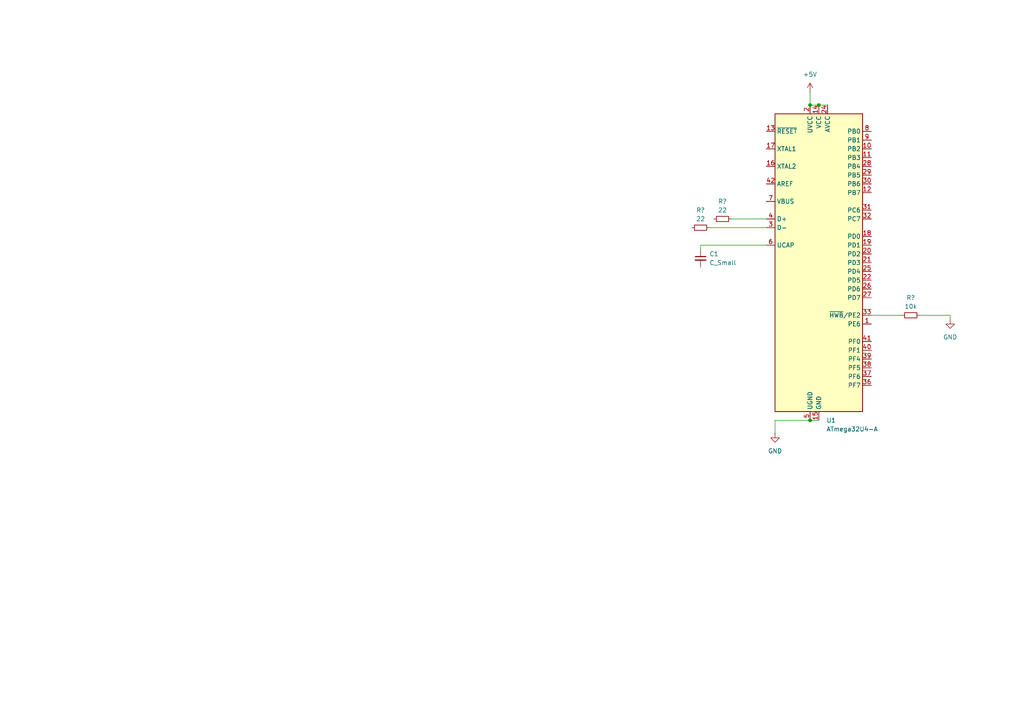
<source format=kicad_sch>
(kicad_sch (version 20231120) (generator "eeschema") (generator_version "8.0")
  (paper "A4")
  (lib_symbols
    (symbol "Device:C_Small" (pin_numbers hide) (pin_names (offset 0.254) hide)
      (property "Reference" "C" (at 0.254 1.778 0))
      (property "Value" "C_Small" (at 0.254 -2.032 0))
      (symbol "C_Small_0_1"
        (polyline (pts (xy -1.524 -0.508) (xy 1.524 -0.508)) (stroke (width 0.3302)))
        (polyline (pts (xy -1.524 0.508) (xy 1.524 0.508)) (stroke (width 0.3048)))
      )
      (symbol "C_Small_1_1"
        (pin passive line (at 0 2.54 270) (length 2.032) (name "~") (number "1"))
        (pin passive line (at 0 -2.54 90) (length 2.032) (name "~") (number "2"))
      )
    )
    (symbol "Device:R_Small" (pin_numbers hide) (pin_names (offset 0.254) hide)
      (property "Reference" "R" (at 0.762 0.508 0))
      (property "Value" "R_Small" (at 0.762 -1.016 0))
      (symbol "R_Small_0_1"
        (rectangle (start -0.762 1.778) (end 0.762 -1.778) (stroke (width 0.2032)))
      )
      (symbol "R_Small_1_1"
        (pin passive line (at 0 2.54 270) (length 0.762) (name "~") (number "1"))
        (pin passive line (at 0 -2.54 90) (length 0.762) (name "~") (number "2"))
      )
    )
    (symbol "MCU_Microchip_ATmega:ATmega32U4-A"
      (property "Reference" "U" (at -12.7 44.45 0))
      (property "Value" "ATmega32U4-A" (at 2.54 -44.45 0))
      (symbol "ATmega32U4-A_0_1"
        (rectangle (start -12.7 -43.18) (end 12.7 43.18) (stroke (width 0.254)) (fill (type background)))
      )
      (symbol "ATmega32U4-A_1_1"
        (pin bidirectional line (at 15.24 -17.78 180) (length 2.54) (name "PE6") (number "1"))
        (pin bidirectional line (at 15.24 33.02 180) (length 2.54) (name "PB2") (number "10"))
        (pin bidirectional line (at 15.24 30.48 180) (length 2.54) (name "PB3") (number "11"))
        (pin bidirectional line (at 15.24 20.32 180) (length 2.54) (name "PB7") (number "12"))
        (pin input line (at -15.24 38.1 0) (length 2.54) (name "~{RESET}") (number "13"))
        (pin power_in line (at 0 45.72 270) (length 2.54) (name "VCC") (number "14"))
        (pin power_in line (at 0 -45.72 90) (length 2.54) (name "GND") (number "15"))
        (pin output line (at -15.24 27.94 0) (length 2.54) (name "XTAL2") (number "16"))
        (pin input line (at -15.24 33.02 0) (length 2.54) (name "XTAL1") (number "17"))
        (pin bidirectional line (at 15.24 7.62 180) (length 2.54) (name "PD0") (number "18"))
        (pin bidirectional line (at 15.24 5.08 180) (length 2.54) (name "PD1") (number "19"))
        (pin power_in line (at -2.54 45.72 270) (length 2.54) (name "UVCC") (number "2"))
        (pin bidirectional line (at 15.24 2.54 180) (length 2.54) (name "PD2") (number "20"))
        (pin bidirectional line (at 15.24 0 180) (length 2.54) (name "PD3") (number "21"))
        (pin bidirectional line (at 15.24 -5.08 180) (length 2.54) (name "PD5") (number "22"))
        (pin passive line (at 0 -45.72 90) (length 2.54) hide (name "GND") (number "23"))
        (pin power_in line (at 2.54 45.72 270) (length 2.54) (name "AVCC") (number "24"))
        (pin bidirectional line (at 15.24 -2.54 180) (length 2.54) (name "PD4") (number "25"))
        (pin bidirectional line (at 15.24 -7.62 180) (length 2.54) (name "PD6") (number "26"))
        (pin bidirectional line (at 15.24 -10.16 180) (length 2.54) (name "PD7") (number "27"))
        (pin bidirectional line (at 15.24 27.94 180) (length 2.54) (name "PB4") (number "28"))
        (pin bidirectional line (at 15.24 25.4 180) (length 2.54) (name "PB5") (number "29"))
        (pin bidirectional line (at -15.24 10.16 0) (length 2.54) (name "D-") (number "3"))
        (pin bidirectional line (at 15.24 22.86 180) (length 2.54) (name "PB6") (number "30"))
        (pin bidirectional line (at 15.24 15.24 180) (length 2.54) (name "PC6") (number "31"))
        (pin bidirectional line (at 15.24 12.7 180) (length 2.54) (name "PC7") (number "32"))
        (pin bidirectional line (at 15.24 -15.24 180) (length 2.54) (name "~{HWB}/PE2") (number "33"))
        (pin passive line (at 0 45.72 270) (length 2.54) hide (name "VCC") (number "34"))
        (pin passive line (at 0 -45.72 90) (length 2.54) hide (name "GND") (number "35"))
        (pin bidirectional line (at 15.24 -35.56 180) (length 2.54) (name "PF7") (number "36"))
        (pin bidirectional line (at 15.24 -33.02 180) (length 2.54) (name "PF6") (number "37"))
        (pin bidirectional line (at 15.24 -30.48 180) (length 2.54) (name "PF5") (number "38"))
        (pin bidirectional line (at 15.24 -27.94 180) (length 2.54) (name "PF4") (number "39"))
        (pin bidirectional line (at -15.24 12.7 0) (length 2.54) (name "D+") (number "4"))
        (pin bidirectional line (at 15.24 -25.4 180) (length 2.54) (name "PF1") (number "40"))
        (pin bidirectional line (at 15.24 -22.86 180) (length 2.54) (name "PF0") (number "41"))
        (pin passive line (at -15.24 22.86 0) (length 2.54) (name "AREF") (number "42"))
        (pin passive line (at 0 -45.72 90) (length 2.54) hide (name "GND") (number "43"))
        (pin passive line (at 2.54 45.72 270) (length 2.54) hide (name "AVCC") (number "44"))
        (pin passive line (at -2.54 -45.72 90) (length 2.54) (name "UGND") (number "5"))
        (pin passive line (at -15.24 5.08 0) (length 2.54) (name "UCAP") (number "6"))
        (pin input line (at -15.24 17.78 0) (length 2.54) (name "VBUS") (number "7"))
        (pin bidirectional line (at 15.24 38.1 180) (length 2.54) (name "PB0") (number "8"))
        (pin bidirectional line (at 15.24 35.56 180) (length 2.54) (name "PB1") (number "9"))
      )
    )
    (symbol "power:+5V" (power) (pin_numbers hide) (pin_names (offset 0) hide)
      (property "Value" "+5V" (at 0 3.556 0))
      (symbol "+5V_0_1"
        (polyline (pts (xy -0.762 1.27) (xy 0 2.54)))
        (polyline (pts (xy 0 0) (xy 0 2.54)))
        (polyline (pts (xy 0 2.54) (xy 0.762 1.27)))
      )
      (symbol "+5V_1_1"
        (pin power_in line (at 0 0 90) (length 0) (name "~") (number "1"))
      )
    )
    (symbol "power:GND" (power) (pin_numbers hide) (pin_names (offset 0) hide)
      (property "Value" "GND" (at 0 -3.81 0))
      (symbol "GND_0_1"
        (polyline (pts (xy 0 0) (xy 0 -1.27) (xy 1.27 -1.27) (xy 0 -2.54) (xy -1.27 -1.27) (xy 0 -1.27)))
      )
      (symbol "GND_1_1"
        (pin power_in line (at 0 0 270) (length 0) (name "~") (number "1"))
      )
    )
  )
  (junction (at 237.49 30.48))
  (junction (at 234.95 30.48))
  (junction (at 234.95 121.92))
  (wire (pts (xy 212.09 63.5) (xy 222.25 63.5)))
  (wire (pts (xy 234.95 30.48) (xy 237.49 30.48)))
  (wire (pts (xy 266.7 91.44) (xy 275.59 91.44)))
  (wire (pts (xy 252.73 91.44) (xy 261.62 91.44)))
  (wire (pts (xy 222.25 71.12) (xy 203.2 71.12)))
  (wire (pts (xy 275.59 91.44) (xy 275.59 92.71)))
  (wire (pts (xy 234.95 26.67) (xy 234.95 30.48)))
  (wire (pts (xy 224.79 121.92) (xy 234.95 121.92)))
  (wire (pts (xy 205.74 66.04) (xy 222.25 66.04)))
  (wire (pts (xy 237.49 30.48) (xy 240.03 30.48)))
  (wire (pts (xy 224.79 125.73) (xy 224.79 121.92)))
  (wire (pts (xy 234.95 121.92) (xy 237.49 121.92)))
  (wire (pts (xy 203.2 71.12) (xy 203.2 72.39)))
  (symbol (lib_id "Device:R_Small") (at 264.16 91.44 90) (unit 1)
    (property "Reference" "R?" (at 264.16 86.36 90))
    (property "Value" "10k" (at 264.16 88.9 90))
    (property "Description" "Resistor, small symbol" (effects (hide yes)))
  )
  (symbol (lib_id "Device:R_Small") (at 203.2 66.04 270) (unit 1)
    (property "Reference" "R?" (at 203.2 60.96 90))
    (property "Value" "22" (at 203.2 63.5 90))
    (property "Description" "Resistor, small symbol" (effects (hide yes)))
  )
  (symbol (lib_id "power:GND") (at 224.79 125.73 0) (unit 1)
    (property "Reference" "#PWR02" (effects (hide yes)))
    (property "Value" "GND" (at 224.79 130.81 0))
    (property "Description" "Power symbol creates a global label with name \"GND\" , ground" (effects (hide yes)))
  )
  (symbol (lib_id "Device:C_Small") (at 203.2 74.93 0) (unit 1)
    (property "Reference" "C1" (at 205.74 73.6662 0) (effects (justify left)))
    (property "Value" "C_Small" (at 205.74 76.2062 0) (effects (justify left)))
    (property "Description" "Unpolarized capacitor, small symbol" (effects (hide yes)))
  )
  (symbol (lib_id "power:+5V") (at 234.95 26.67 0) (unit 1)
    (property "Reference" "#PWR01" (effects (hide yes)))
    (property "Value" "+5V" (at 234.95 21.59 0))
    (property "Description" "Power symbol creates a global label with name \"+5V\"" (effects (hide yes)))
  )
  (symbol (lib_id "Device:R_Small") (at 209.55 63.5 270) (unit 1)
    (property "Reference" "R?" (at 209.55 58.42 90))
    (property "Value" "22" (at 209.55 60.96 90))
    (property "Description" "Resistor, small symbol" (effects (hide yes)))
  )
  (symbol (lib_id "power:GND") (at 275.59 92.71 0) (unit 1)
    (property "Reference" "#PWR03" (effects (hide yes)))
    (property "Value" "GND" (at 275.59 97.79 0))
    (property "Description" "Power symbol creates a global label with name \"GND\" , ground" (effects (hide yes)))
  )
  (symbol (lib_id "MCU_Microchip_ATmega:ATmega32U4-A") (at 237.49 76.2 0) (unit 1)
    (property "Reference" "U1" (at 239.6841 121.92 0) (effects (justify left)))
    (property "Value" "ATmega32U4-A" (at 239.6841 124.46 0) (effects (justify left)))
    (property "Footprint" "Package_QFP:TQFP-44_10x10mm_P0.8mm" (effects (hide yes)))
    (property "Datasheet" "http://ww1.microchip.com/downloads/en/DeviceDoc/Atmel-7766-8-bit-AVR-ATmega16U4-32U4_Datasheet.pdf" (effects (hide yes)))
    (property "Description" "16MHz, 32kB Flash, 2.5kB SRAM, 1kB EEPROM, USB 2.0, TQFP-44" (effects (hide yes)))
  )
)
</source>
